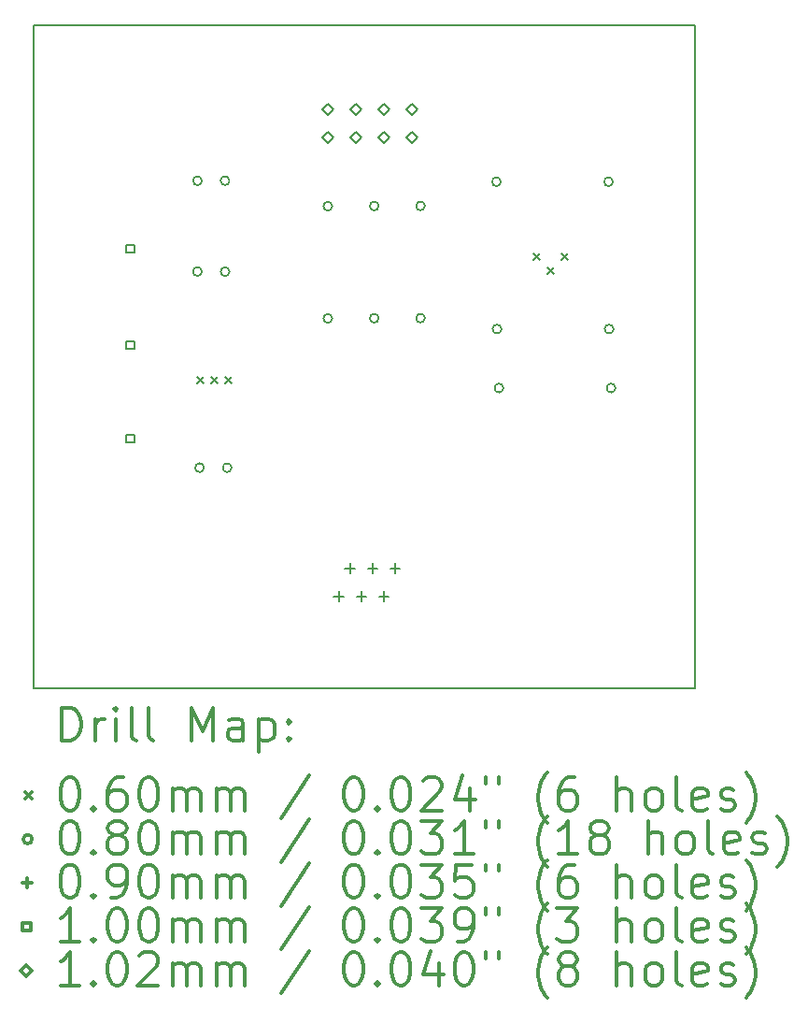
<source format=gbr>
%FSLAX45Y45*%
G04 Gerber Fmt 4.5, Leading zero omitted, Abs format (unit mm)*
G04 Created by KiCad (PCBNEW 4.0.7) date 12/20/18 21:54:41*
%MOMM*%
%LPD*%
G01*
G04 APERTURE LIST*
%ADD10C,0.127000*%
%ADD11C,0.200000*%
%ADD12C,0.300000*%
G04 APERTURE END LIST*
D10*
D11*
X16000000Y-16000000D02*
X10000000Y-16000000D01*
X16000000Y-10000000D02*
X16000000Y-16000000D01*
X10000000Y-10000000D02*
X16000000Y-10000000D01*
X10000000Y-16000000D02*
X10000000Y-10000000D01*
D11*
X11481280Y-13180540D02*
X11541280Y-13240540D01*
X11541280Y-13180540D02*
X11481280Y-13240540D01*
X11608280Y-13180540D02*
X11668280Y-13240540D01*
X11668280Y-13180540D02*
X11608280Y-13240540D01*
X11735280Y-13180540D02*
X11795280Y-13240540D01*
X11795280Y-13180540D02*
X11735280Y-13240540D01*
X14536900Y-12060400D02*
X14596900Y-12120400D01*
X14596900Y-12060400D02*
X14536900Y-12120400D01*
X14663900Y-12187400D02*
X14723900Y-12247400D01*
X14723900Y-12187400D02*
X14663900Y-12247400D01*
X14790900Y-12060400D02*
X14850900Y-12120400D01*
X14850900Y-12060400D02*
X14790900Y-12120400D01*
X11528420Y-11404600D02*
G75*
G03X11528420Y-11404600I-40000J0D01*
G01*
X11528420Y-12227560D02*
G75*
G03X11528420Y-12227560I-40000J0D01*
G01*
X11547660Y-14003020D02*
G75*
G03X11547660Y-14003020I-40000J0D01*
G01*
X11778420Y-11404600D02*
G75*
G03X11778420Y-11404600I-40000J0D01*
G01*
X11778420Y-12227560D02*
G75*
G03X11778420Y-12227560I-40000J0D01*
G01*
X11797660Y-14003020D02*
G75*
G03X11797660Y-14003020I-40000J0D01*
G01*
X12709520Y-11635740D02*
G75*
G03X12709520Y-11635740I-40000J0D01*
G01*
X12709520Y-12651740D02*
G75*
G03X12709520Y-12651740I-40000J0D01*
G01*
X13131160Y-11633200D02*
G75*
G03X13131160Y-11633200I-40000J0D01*
G01*
X13131160Y-12649200D02*
G75*
G03X13131160Y-12649200I-40000J0D01*
G01*
X13550260Y-11633200D02*
G75*
G03X13550260Y-11633200I-40000J0D01*
G01*
X13550260Y-12649200D02*
G75*
G03X13550260Y-12649200I-40000J0D01*
G01*
X14238600Y-11414760D02*
G75*
G03X14238600Y-11414760I-40000J0D01*
G01*
X14243680Y-12748260D02*
G75*
G03X14243680Y-12748260I-40000J0D01*
G01*
X14261460Y-13281660D02*
G75*
G03X14261460Y-13281660I-40000J0D01*
G01*
X15254600Y-11414760D02*
G75*
G03X15254600Y-11414760I-40000J0D01*
G01*
X15259680Y-12748260D02*
G75*
G03X15259680Y-12748260I-40000J0D01*
G01*
X15277460Y-13281660D02*
G75*
G03X15277460Y-13281660I-40000J0D01*
G01*
X12770120Y-15122480D02*
X12770120Y-15212480D01*
X12725120Y-15167480D02*
X12815120Y-15167480D01*
X12872120Y-14868480D02*
X12872120Y-14958480D01*
X12827120Y-14913480D02*
X12917120Y-14913480D01*
X12974120Y-15122480D02*
X12974120Y-15212480D01*
X12929120Y-15167480D02*
X13019120Y-15167480D01*
X13076120Y-14868480D02*
X13076120Y-14958480D01*
X13031120Y-14913480D02*
X13121120Y-14913480D01*
X13178120Y-15122480D02*
X13178120Y-15212480D01*
X13133120Y-15167480D02*
X13223120Y-15167480D01*
X13280120Y-14868480D02*
X13280120Y-14958480D01*
X13235120Y-14913480D02*
X13325120Y-14913480D01*
X10916716Y-12057176D02*
X10916716Y-11986464D01*
X10846004Y-11986464D01*
X10846004Y-12057176D01*
X10916716Y-12057176D01*
X10916716Y-12925856D02*
X10916716Y-12855144D01*
X10846004Y-12855144D01*
X10846004Y-12925856D01*
X10916716Y-12925856D01*
X10916716Y-13774216D02*
X10916716Y-13703504D01*
X10846004Y-13703504D01*
X10846004Y-13774216D01*
X10916716Y-13774216D01*
X12669520Y-10812780D02*
X12720320Y-10761980D01*
X12669520Y-10711180D01*
X12618720Y-10761980D01*
X12669520Y-10812780D01*
X12669520Y-11066780D02*
X12720320Y-11015980D01*
X12669520Y-10965180D01*
X12618720Y-11015980D01*
X12669520Y-11066780D01*
X12923520Y-10812780D02*
X12974320Y-10761980D01*
X12923520Y-10711180D01*
X12872720Y-10761980D01*
X12923520Y-10812780D01*
X12923520Y-11066780D02*
X12974320Y-11015980D01*
X12923520Y-10965180D01*
X12872720Y-11015980D01*
X12923520Y-11066780D01*
X13177520Y-10812780D02*
X13228320Y-10761980D01*
X13177520Y-10711180D01*
X13126720Y-10761980D01*
X13177520Y-10812780D01*
X13177520Y-11066780D02*
X13228320Y-11015980D01*
X13177520Y-10965180D01*
X13126720Y-11015980D01*
X13177520Y-11066780D01*
X13431520Y-10812780D02*
X13482320Y-10761980D01*
X13431520Y-10711180D01*
X13380720Y-10761980D01*
X13431520Y-10812780D01*
X13431520Y-11066780D02*
X13482320Y-11015980D01*
X13431520Y-10965180D01*
X13380720Y-11015980D01*
X13431520Y-11066780D01*
D12*
X10261429Y-16475714D02*
X10261429Y-16175714D01*
X10332857Y-16175714D01*
X10375714Y-16190000D01*
X10404286Y-16218571D01*
X10418571Y-16247143D01*
X10432857Y-16304286D01*
X10432857Y-16347143D01*
X10418571Y-16404286D01*
X10404286Y-16432857D01*
X10375714Y-16461429D01*
X10332857Y-16475714D01*
X10261429Y-16475714D01*
X10561429Y-16475714D02*
X10561429Y-16275714D01*
X10561429Y-16332857D02*
X10575714Y-16304286D01*
X10590000Y-16290000D01*
X10618571Y-16275714D01*
X10647143Y-16275714D01*
X10747143Y-16475714D02*
X10747143Y-16275714D01*
X10747143Y-16175714D02*
X10732857Y-16190000D01*
X10747143Y-16204286D01*
X10761429Y-16190000D01*
X10747143Y-16175714D01*
X10747143Y-16204286D01*
X10932857Y-16475714D02*
X10904286Y-16461429D01*
X10890000Y-16432857D01*
X10890000Y-16175714D01*
X11090000Y-16475714D02*
X11061429Y-16461429D01*
X11047143Y-16432857D01*
X11047143Y-16175714D01*
X11432857Y-16475714D02*
X11432857Y-16175714D01*
X11532857Y-16390000D01*
X11632857Y-16175714D01*
X11632857Y-16475714D01*
X11904286Y-16475714D02*
X11904286Y-16318571D01*
X11890000Y-16290000D01*
X11861428Y-16275714D01*
X11804286Y-16275714D01*
X11775714Y-16290000D01*
X11904286Y-16461429D02*
X11875714Y-16475714D01*
X11804286Y-16475714D01*
X11775714Y-16461429D01*
X11761428Y-16432857D01*
X11761428Y-16404286D01*
X11775714Y-16375714D01*
X11804286Y-16361429D01*
X11875714Y-16361429D01*
X11904286Y-16347143D01*
X12047143Y-16275714D02*
X12047143Y-16575714D01*
X12047143Y-16290000D02*
X12075714Y-16275714D01*
X12132857Y-16275714D01*
X12161428Y-16290000D01*
X12175714Y-16304286D01*
X12190000Y-16332857D01*
X12190000Y-16418571D01*
X12175714Y-16447143D01*
X12161428Y-16461429D01*
X12132857Y-16475714D01*
X12075714Y-16475714D01*
X12047143Y-16461429D01*
X12318571Y-16447143D02*
X12332857Y-16461429D01*
X12318571Y-16475714D01*
X12304286Y-16461429D01*
X12318571Y-16447143D01*
X12318571Y-16475714D01*
X12318571Y-16290000D02*
X12332857Y-16304286D01*
X12318571Y-16318571D01*
X12304286Y-16304286D01*
X12318571Y-16290000D01*
X12318571Y-16318571D01*
X9930000Y-16940000D02*
X9990000Y-17000000D01*
X9990000Y-16940000D02*
X9930000Y-17000000D01*
X10318571Y-16805714D02*
X10347143Y-16805714D01*
X10375714Y-16820000D01*
X10390000Y-16834286D01*
X10404286Y-16862857D01*
X10418571Y-16920000D01*
X10418571Y-16991429D01*
X10404286Y-17048572D01*
X10390000Y-17077143D01*
X10375714Y-17091429D01*
X10347143Y-17105714D01*
X10318571Y-17105714D01*
X10290000Y-17091429D01*
X10275714Y-17077143D01*
X10261429Y-17048572D01*
X10247143Y-16991429D01*
X10247143Y-16920000D01*
X10261429Y-16862857D01*
X10275714Y-16834286D01*
X10290000Y-16820000D01*
X10318571Y-16805714D01*
X10547143Y-17077143D02*
X10561429Y-17091429D01*
X10547143Y-17105714D01*
X10532857Y-17091429D01*
X10547143Y-17077143D01*
X10547143Y-17105714D01*
X10818571Y-16805714D02*
X10761428Y-16805714D01*
X10732857Y-16820000D01*
X10718571Y-16834286D01*
X10690000Y-16877143D01*
X10675714Y-16934286D01*
X10675714Y-17048572D01*
X10690000Y-17077143D01*
X10704286Y-17091429D01*
X10732857Y-17105714D01*
X10790000Y-17105714D01*
X10818571Y-17091429D01*
X10832857Y-17077143D01*
X10847143Y-17048572D01*
X10847143Y-16977143D01*
X10832857Y-16948572D01*
X10818571Y-16934286D01*
X10790000Y-16920000D01*
X10732857Y-16920000D01*
X10704286Y-16934286D01*
X10690000Y-16948572D01*
X10675714Y-16977143D01*
X11032857Y-16805714D02*
X11061429Y-16805714D01*
X11090000Y-16820000D01*
X11104286Y-16834286D01*
X11118571Y-16862857D01*
X11132857Y-16920000D01*
X11132857Y-16991429D01*
X11118571Y-17048572D01*
X11104286Y-17077143D01*
X11090000Y-17091429D01*
X11061429Y-17105714D01*
X11032857Y-17105714D01*
X11004286Y-17091429D01*
X10990000Y-17077143D01*
X10975714Y-17048572D01*
X10961429Y-16991429D01*
X10961429Y-16920000D01*
X10975714Y-16862857D01*
X10990000Y-16834286D01*
X11004286Y-16820000D01*
X11032857Y-16805714D01*
X11261428Y-17105714D02*
X11261428Y-16905714D01*
X11261428Y-16934286D02*
X11275714Y-16920000D01*
X11304286Y-16905714D01*
X11347143Y-16905714D01*
X11375714Y-16920000D01*
X11390000Y-16948572D01*
X11390000Y-17105714D01*
X11390000Y-16948572D02*
X11404286Y-16920000D01*
X11432857Y-16905714D01*
X11475714Y-16905714D01*
X11504286Y-16920000D01*
X11518571Y-16948572D01*
X11518571Y-17105714D01*
X11661428Y-17105714D02*
X11661428Y-16905714D01*
X11661428Y-16934286D02*
X11675714Y-16920000D01*
X11704286Y-16905714D01*
X11747143Y-16905714D01*
X11775714Y-16920000D01*
X11790000Y-16948572D01*
X11790000Y-17105714D01*
X11790000Y-16948572D02*
X11804286Y-16920000D01*
X11832857Y-16905714D01*
X11875714Y-16905714D01*
X11904286Y-16920000D01*
X11918571Y-16948572D01*
X11918571Y-17105714D01*
X12504286Y-16791429D02*
X12247143Y-17177143D01*
X12890000Y-16805714D02*
X12918571Y-16805714D01*
X12947143Y-16820000D01*
X12961428Y-16834286D01*
X12975714Y-16862857D01*
X12990000Y-16920000D01*
X12990000Y-16991429D01*
X12975714Y-17048572D01*
X12961428Y-17077143D01*
X12947143Y-17091429D01*
X12918571Y-17105714D01*
X12890000Y-17105714D01*
X12861428Y-17091429D01*
X12847143Y-17077143D01*
X12832857Y-17048572D01*
X12818571Y-16991429D01*
X12818571Y-16920000D01*
X12832857Y-16862857D01*
X12847143Y-16834286D01*
X12861428Y-16820000D01*
X12890000Y-16805714D01*
X13118571Y-17077143D02*
X13132857Y-17091429D01*
X13118571Y-17105714D01*
X13104286Y-17091429D01*
X13118571Y-17077143D01*
X13118571Y-17105714D01*
X13318571Y-16805714D02*
X13347143Y-16805714D01*
X13375714Y-16820000D01*
X13390000Y-16834286D01*
X13404285Y-16862857D01*
X13418571Y-16920000D01*
X13418571Y-16991429D01*
X13404285Y-17048572D01*
X13390000Y-17077143D01*
X13375714Y-17091429D01*
X13347143Y-17105714D01*
X13318571Y-17105714D01*
X13290000Y-17091429D01*
X13275714Y-17077143D01*
X13261428Y-17048572D01*
X13247143Y-16991429D01*
X13247143Y-16920000D01*
X13261428Y-16862857D01*
X13275714Y-16834286D01*
X13290000Y-16820000D01*
X13318571Y-16805714D01*
X13532857Y-16834286D02*
X13547143Y-16820000D01*
X13575714Y-16805714D01*
X13647143Y-16805714D01*
X13675714Y-16820000D01*
X13690000Y-16834286D01*
X13704285Y-16862857D01*
X13704285Y-16891429D01*
X13690000Y-16934286D01*
X13518571Y-17105714D01*
X13704285Y-17105714D01*
X13961428Y-16905714D02*
X13961428Y-17105714D01*
X13890000Y-16791429D02*
X13818571Y-17005714D01*
X14004285Y-17005714D01*
X14104286Y-16805714D02*
X14104286Y-16862857D01*
X14218571Y-16805714D02*
X14218571Y-16862857D01*
X14661428Y-17220000D02*
X14647143Y-17205714D01*
X14618571Y-17162857D01*
X14604285Y-17134286D01*
X14590000Y-17091429D01*
X14575714Y-17020000D01*
X14575714Y-16962857D01*
X14590000Y-16891429D01*
X14604285Y-16848572D01*
X14618571Y-16820000D01*
X14647143Y-16777143D01*
X14661428Y-16762857D01*
X14904285Y-16805714D02*
X14847143Y-16805714D01*
X14818571Y-16820000D01*
X14804285Y-16834286D01*
X14775714Y-16877143D01*
X14761428Y-16934286D01*
X14761428Y-17048572D01*
X14775714Y-17077143D01*
X14790000Y-17091429D01*
X14818571Y-17105714D01*
X14875714Y-17105714D01*
X14904285Y-17091429D01*
X14918571Y-17077143D01*
X14932857Y-17048572D01*
X14932857Y-16977143D01*
X14918571Y-16948572D01*
X14904285Y-16934286D01*
X14875714Y-16920000D01*
X14818571Y-16920000D01*
X14790000Y-16934286D01*
X14775714Y-16948572D01*
X14761428Y-16977143D01*
X15290000Y-17105714D02*
X15290000Y-16805714D01*
X15418571Y-17105714D02*
X15418571Y-16948572D01*
X15404285Y-16920000D01*
X15375714Y-16905714D01*
X15332857Y-16905714D01*
X15304285Y-16920000D01*
X15290000Y-16934286D01*
X15604285Y-17105714D02*
X15575714Y-17091429D01*
X15561428Y-17077143D01*
X15547143Y-17048572D01*
X15547143Y-16962857D01*
X15561428Y-16934286D01*
X15575714Y-16920000D01*
X15604285Y-16905714D01*
X15647143Y-16905714D01*
X15675714Y-16920000D01*
X15690000Y-16934286D01*
X15704285Y-16962857D01*
X15704285Y-17048572D01*
X15690000Y-17077143D01*
X15675714Y-17091429D01*
X15647143Y-17105714D01*
X15604285Y-17105714D01*
X15875714Y-17105714D02*
X15847143Y-17091429D01*
X15832857Y-17062857D01*
X15832857Y-16805714D01*
X16104286Y-17091429D02*
X16075714Y-17105714D01*
X16018571Y-17105714D01*
X15990000Y-17091429D01*
X15975714Y-17062857D01*
X15975714Y-16948572D01*
X15990000Y-16920000D01*
X16018571Y-16905714D01*
X16075714Y-16905714D01*
X16104286Y-16920000D01*
X16118571Y-16948572D01*
X16118571Y-16977143D01*
X15975714Y-17005714D01*
X16232857Y-17091429D02*
X16261428Y-17105714D01*
X16318571Y-17105714D01*
X16347143Y-17091429D01*
X16361428Y-17062857D01*
X16361428Y-17048572D01*
X16347143Y-17020000D01*
X16318571Y-17005714D01*
X16275714Y-17005714D01*
X16247143Y-16991429D01*
X16232857Y-16962857D01*
X16232857Y-16948572D01*
X16247143Y-16920000D01*
X16275714Y-16905714D01*
X16318571Y-16905714D01*
X16347143Y-16920000D01*
X16461428Y-17220000D02*
X16475714Y-17205714D01*
X16504286Y-17162857D01*
X16518571Y-17134286D01*
X16532857Y-17091429D01*
X16547143Y-17020000D01*
X16547143Y-16962857D01*
X16532857Y-16891429D01*
X16518571Y-16848572D01*
X16504286Y-16820000D01*
X16475714Y-16777143D01*
X16461428Y-16762857D01*
X9990000Y-17366000D02*
G75*
G03X9990000Y-17366000I-40000J0D01*
G01*
X10318571Y-17201714D02*
X10347143Y-17201714D01*
X10375714Y-17216000D01*
X10390000Y-17230286D01*
X10404286Y-17258857D01*
X10418571Y-17316000D01*
X10418571Y-17387429D01*
X10404286Y-17444572D01*
X10390000Y-17473143D01*
X10375714Y-17487429D01*
X10347143Y-17501714D01*
X10318571Y-17501714D01*
X10290000Y-17487429D01*
X10275714Y-17473143D01*
X10261429Y-17444572D01*
X10247143Y-17387429D01*
X10247143Y-17316000D01*
X10261429Y-17258857D01*
X10275714Y-17230286D01*
X10290000Y-17216000D01*
X10318571Y-17201714D01*
X10547143Y-17473143D02*
X10561429Y-17487429D01*
X10547143Y-17501714D01*
X10532857Y-17487429D01*
X10547143Y-17473143D01*
X10547143Y-17501714D01*
X10732857Y-17330286D02*
X10704286Y-17316000D01*
X10690000Y-17301714D01*
X10675714Y-17273143D01*
X10675714Y-17258857D01*
X10690000Y-17230286D01*
X10704286Y-17216000D01*
X10732857Y-17201714D01*
X10790000Y-17201714D01*
X10818571Y-17216000D01*
X10832857Y-17230286D01*
X10847143Y-17258857D01*
X10847143Y-17273143D01*
X10832857Y-17301714D01*
X10818571Y-17316000D01*
X10790000Y-17330286D01*
X10732857Y-17330286D01*
X10704286Y-17344572D01*
X10690000Y-17358857D01*
X10675714Y-17387429D01*
X10675714Y-17444572D01*
X10690000Y-17473143D01*
X10704286Y-17487429D01*
X10732857Y-17501714D01*
X10790000Y-17501714D01*
X10818571Y-17487429D01*
X10832857Y-17473143D01*
X10847143Y-17444572D01*
X10847143Y-17387429D01*
X10832857Y-17358857D01*
X10818571Y-17344572D01*
X10790000Y-17330286D01*
X11032857Y-17201714D02*
X11061429Y-17201714D01*
X11090000Y-17216000D01*
X11104286Y-17230286D01*
X11118571Y-17258857D01*
X11132857Y-17316000D01*
X11132857Y-17387429D01*
X11118571Y-17444572D01*
X11104286Y-17473143D01*
X11090000Y-17487429D01*
X11061429Y-17501714D01*
X11032857Y-17501714D01*
X11004286Y-17487429D01*
X10990000Y-17473143D01*
X10975714Y-17444572D01*
X10961429Y-17387429D01*
X10961429Y-17316000D01*
X10975714Y-17258857D01*
X10990000Y-17230286D01*
X11004286Y-17216000D01*
X11032857Y-17201714D01*
X11261428Y-17501714D02*
X11261428Y-17301714D01*
X11261428Y-17330286D02*
X11275714Y-17316000D01*
X11304286Y-17301714D01*
X11347143Y-17301714D01*
X11375714Y-17316000D01*
X11390000Y-17344572D01*
X11390000Y-17501714D01*
X11390000Y-17344572D02*
X11404286Y-17316000D01*
X11432857Y-17301714D01*
X11475714Y-17301714D01*
X11504286Y-17316000D01*
X11518571Y-17344572D01*
X11518571Y-17501714D01*
X11661428Y-17501714D02*
X11661428Y-17301714D01*
X11661428Y-17330286D02*
X11675714Y-17316000D01*
X11704286Y-17301714D01*
X11747143Y-17301714D01*
X11775714Y-17316000D01*
X11790000Y-17344572D01*
X11790000Y-17501714D01*
X11790000Y-17344572D02*
X11804286Y-17316000D01*
X11832857Y-17301714D01*
X11875714Y-17301714D01*
X11904286Y-17316000D01*
X11918571Y-17344572D01*
X11918571Y-17501714D01*
X12504286Y-17187429D02*
X12247143Y-17573143D01*
X12890000Y-17201714D02*
X12918571Y-17201714D01*
X12947143Y-17216000D01*
X12961428Y-17230286D01*
X12975714Y-17258857D01*
X12990000Y-17316000D01*
X12990000Y-17387429D01*
X12975714Y-17444572D01*
X12961428Y-17473143D01*
X12947143Y-17487429D01*
X12918571Y-17501714D01*
X12890000Y-17501714D01*
X12861428Y-17487429D01*
X12847143Y-17473143D01*
X12832857Y-17444572D01*
X12818571Y-17387429D01*
X12818571Y-17316000D01*
X12832857Y-17258857D01*
X12847143Y-17230286D01*
X12861428Y-17216000D01*
X12890000Y-17201714D01*
X13118571Y-17473143D02*
X13132857Y-17487429D01*
X13118571Y-17501714D01*
X13104286Y-17487429D01*
X13118571Y-17473143D01*
X13118571Y-17501714D01*
X13318571Y-17201714D02*
X13347143Y-17201714D01*
X13375714Y-17216000D01*
X13390000Y-17230286D01*
X13404285Y-17258857D01*
X13418571Y-17316000D01*
X13418571Y-17387429D01*
X13404285Y-17444572D01*
X13390000Y-17473143D01*
X13375714Y-17487429D01*
X13347143Y-17501714D01*
X13318571Y-17501714D01*
X13290000Y-17487429D01*
X13275714Y-17473143D01*
X13261428Y-17444572D01*
X13247143Y-17387429D01*
X13247143Y-17316000D01*
X13261428Y-17258857D01*
X13275714Y-17230286D01*
X13290000Y-17216000D01*
X13318571Y-17201714D01*
X13518571Y-17201714D02*
X13704285Y-17201714D01*
X13604285Y-17316000D01*
X13647143Y-17316000D01*
X13675714Y-17330286D01*
X13690000Y-17344572D01*
X13704285Y-17373143D01*
X13704285Y-17444572D01*
X13690000Y-17473143D01*
X13675714Y-17487429D01*
X13647143Y-17501714D01*
X13561428Y-17501714D01*
X13532857Y-17487429D01*
X13518571Y-17473143D01*
X13990000Y-17501714D02*
X13818571Y-17501714D01*
X13904285Y-17501714D02*
X13904285Y-17201714D01*
X13875714Y-17244572D01*
X13847143Y-17273143D01*
X13818571Y-17287429D01*
X14104286Y-17201714D02*
X14104286Y-17258857D01*
X14218571Y-17201714D02*
X14218571Y-17258857D01*
X14661428Y-17616000D02*
X14647143Y-17601714D01*
X14618571Y-17558857D01*
X14604285Y-17530286D01*
X14590000Y-17487429D01*
X14575714Y-17416000D01*
X14575714Y-17358857D01*
X14590000Y-17287429D01*
X14604285Y-17244572D01*
X14618571Y-17216000D01*
X14647143Y-17173143D01*
X14661428Y-17158857D01*
X14932857Y-17501714D02*
X14761428Y-17501714D01*
X14847143Y-17501714D02*
X14847143Y-17201714D01*
X14818571Y-17244572D01*
X14790000Y-17273143D01*
X14761428Y-17287429D01*
X15104285Y-17330286D02*
X15075714Y-17316000D01*
X15061428Y-17301714D01*
X15047143Y-17273143D01*
X15047143Y-17258857D01*
X15061428Y-17230286D01*
X15075714Y-17216000D01*
X15104285Y-17201714D01*
X15161428Y-17201714D01*
X15190000Y-17216000D01*
X15204285Y-17230286D01*
X15218571Y-17258857D01*
X15218571Y-17273143D01*
X15204285Y-17301714D01*
X15190000Y-17316000D01*
X15161428Y-17330286D01*
X15104285Y-17330286D01*
X15075714Y-17344572D01*
X15061428Y-17358857D01*
X15047143Y-17387429D01*
X15047143Y-17444572D01*
X15061428Y-17473143D01*
X15075714Y-17487429D01*
X15104285Y-17501714D01*
X15161428Y-17501714D01*
X15190000Y-17487429D01*
X15204285Y-17473143D01*
X15218571Y-17444572D01*
X15218571Y-17387429D01*
X15204285Y-17358857D01*
X15190000Y-17344572D01*
X15161428Y-17330286D01*
X15575714Y-17501714D02*
X15575714Y-17201714D01*
X15704285Y-17501714D02*
X15704285Y-17344572D01*
X15690000Y-17316000D01*
X15661428Y-17301714D01*
X15618571Y-17301714D01*
X15590000Y-17316000D01*
X15575714Y-17330286D01*
X15890000Y-17501714D02*
X15861428Y-17487429D01*
X15847143Y-17473143D01*
X15832857Y-17444572D01*
X15832857Y-17358857D01*
X15847143Y-17330286D01*
X15861428Y-17316000D01*
X15890000Y-17301714D01*
X15932857Y-17301714D01*
X15961428Y-17316000D01*
X15975714Y-17330286D01*
X15990000Y-17358857D01*
X15990000Y-17444572D01*
X15975714Y-17473143D01*
X15961428Y-17487429D01*
X15932857Y-17501714D01*
X15890000Y-17501714D01*
X16161428Y-17501714D02*
X16132857Y-17487429D01*
X16118571Y-17458857D01*
X16118571Y-17201714D01*
X16390000Y-17487429D02*
X16361428Y-17501714D01*
X16304286Y-17501714D01*
X16275714Y-17487429D01*
X16261428Y-17458857D01*
X16261428Y-17344572D01*
X16275714Y-17316000D01*
X16304286Y-17301714D01*
X16361428Y-17301714D01*
X16390000Y-17316000D01*
X16404286Y-17344572D01*
X16404286Y-17373143D01*
X16261428Y-17401714D01*
X16518571Y-17487429D02*
X16547143Y-17501714D01*
X16604286Y-17501714D01*
X16632857Y-17487429D01*
X16647143Y-17458857D01*
X16647143Y-17444572D01*
X16632857Y-17416000D01*
X16604286Y-17401714D01*
X16561428Y-17401714D01*
X16532857Y-17387429D01*
X16518571Y-17358857D01*
X16518571Y-17344572D01*
X16532857Y-17316000D01*
X16561428Y-17301714D01*
X16604286Y-17301714D01*
X16632857Y-17316000D01*
X16747143Y-17616000D02*
X16761428Y-17601714D01*
X16790000Y-17558857D01*
X16804286Y-17530286D01*
X16818571Y-17487429D01*
X16832857Y-17416000D01*
X16832857Y-17358857D01*
X16818571Y-17287429D01*
X16804286Y-17244572D01*
X16790000Y-17216000D01*
X16761428Y-17173143D01*
X16747143Y-17158857D01*
X9945000Y-17717000D02*
X9945000Y-17807000D01*
X9900000Y-17762000D02*
X9990000Y-17762000D01*
X10318571Y-17597714D02*
X10347143Y-17597714D01*
X10375714Y-17612000D01*
X10390000Y-17626286D01*
X10404286Y-17654857D01*
X10418571Y-17712000D01*
X10418571Y-17783429D01*
X10404286Y-17840572D01*
X10390000Y-17869143D01*
X10375714Y-17883429D01*
X10347143Y-17897714D01*
X10318571Y-17897714D01*
X10290000Y-17883429D01*
X10275714Y-17869143D01*
X10261429Y-17840572D01*
X10247143Y-17783429D01*
X10247143Y-17712000D01*
X10261429Y-17654857D01*
X10275714Y-17626286D01*
X10290000Y-17612000D01*
X10318571Y-17597714D01*
X10547143Y-17869143D02*
X10561429Y-17883429D01*
X10547143Y-17897714D01*
X10532857Y-17883429D01*
X10547143Y-17869143D01*
X10547143Y-17897714D01*
X10704286Y-17897714D02*
X10761428Y-17897714D01*
X10790000Y-17883429D01*
X10804286Y-17869143D01*
X10832857Y-17826286D01*
X10847143Y-17769143D01*
X10847143Y-17654857D01*
X10832857Y-17626286D01*
X10818571Y-17612000D01*
X10790000Y-17597714D01*
X10732857Y-17597714D01*
X10704286Y-17612000D01*
X10690000Y-17626286D01*
X10675714Y-17654857D01*
X10675714Y-17726286D01*
X10690000Y-17754857D01*
X10704286Y-17769143D01*
X10732857Y-17783429D01*
X10790000Y-17783429D01*
X10818571Y-17769143D01*
X10832857Y-17754857D01*
X10847143Y-17726286D01*
X11032857Y-17597714D02*
X11061429Y-17597714D01*
X11090000Y-17612000D01*
X11104286Y-17626286D01*
X11118571Y-17654857D01*
X11132857Y-17712000D01*
X11132857Y-17783429D01*
X11118571Y-17840572D01*
X11104286Y-17869143D01*
X11090000Y-17883429D01*
X11061429Y-17897714D01*
X11032857Y-17897714D01*
X11004286Y-17883429D01*
X10990000Y-17869143D01*
X10975714Y-17840572D01*
X10961429Y-17783429D01*
X10961429Y-17712000D01*
X10975714Y-17654857D01*
X10990000Y-17626286D01*
X11004286Y-17612000D01*
X11032857Y-17597714D01*
X11261428Y-17897714D02*
X11261428Y-17697714D01*
X11261428Y-17726286D02*
X11275714Y-17712000D01*
X11304286Y-17697714D01*
X11347143Y-17697714D01*
X11375714Y-17712000D01*
X11390000Y-17740572D01*
X11390000Y-17897714D01*
X11390000Y-17740572D02*
X11404286Y-17712000D01*
X11432857Y-17697714D01*
X11475714Y-17697714D01*
X11504286Y-17712000D01*
X11518571Y-17740572D01*
X11518571Y-17897714D01*
X11661428Y-17897714D02*
X11661428Y-17697714D01*
X11661428Y-17726286D02*
X11675714Y-17712000D01*
X11704286Y-17697714D01*
X11747143Y-17697714D01*
X11775714Y-17712000D01*
X11790000Y-17740572D01*
X11790000Y-17897714D01*
X11790000Y-17740572D02*
X11804286Y-17712000D01*
X11832857Y-17697714D01*
X11875714Y-17697714D01*
X11904286Y-17712000D01*
X11918571Y-17740572D01*
X11918571Y-17897714D01*
X12504286Y-17583429D02*
X12247143Y-17969143D01*
X12890000Y-17597714D02*
X12918571Y-17597714D01*
X12947143Y-17612000D01*
X12961428Y-17626286D01*
X12975714Y-17654857D01*
X12990000Y-17712000D01*
X12990000Y-17783429D01*
X12975714Y-17840572D01*
X12961428Y-17869143D01*
X12947143Y-17883429D01*
X12918571Y-17897714D01*
X12890000Y-17897714D01*
X12861428Y-17883429D01*
X12847143Y-17869143D01*
X12832857Y-17840572D01*
X12818571Y-17783429D01*
X12818571Y-17712000D01*
X12832857Y-17654857D01*
X12847143Y-17626286D01*
X12861428Y-17612000D01*
X12890000Y-17597714D01*
X13118571Y-17869143D02*
X13132857Y-17883429D01*
X13118571Y-17897714D01*
X13104286Y-17883429D01*
X13118571Y-17869143D01*
X13118571Y-17897714D01*
X13318571Y-17597714D02*
X13347143Y-17597714D01*
X13375714Y-17612000D01*
X13390000Y-17626286D01*
X13404285Y-17654857D01*
X13418571Y-17712000D01*
X13418571Y-17783429D01*
X13404285Y-17840572D01*
X13390000Y-17869143D01*
X13375714Y-17883429D01*
X13347143Y-17897714D01*
X13318571Y-17897714D01*
X13290000Y-17883429D01*
X13275714Y-17869143D01*
X13261428Y-17840572D01*
X13247143Y-17783429D01*
X13247143Y-17712000D01*
X13261428Y-17654857D01*
X13275714Y-17626286D01*
X13290000Y-17612000D01*
X13318571Y-17597714D01*
X13518571Y-17597714D02*
X13704285Y-17597714D01*
X13604285Y-17712000D01*
X13647143Y-17712000D01*
X13675714Y-17726286D01*
X13690000Y-17740572D01*
X13704285Y-17769143D01*
X13704285Y-17840572D01*
X13690000Y-17869143D01*
X13675714Y-17883429D01*
X13647143Y-17897714D01*
X13561428Y-17897714D01*
X13532857Y-17883429D01*
X13518571Y-17869143D01*
X13975714Y-17597714D02*
X13832857Y-17597714D01*
X13818571Y-17740572D01*
X13832857Y-17726286D01*
X13861428Y-17712000D01*
X13932857Y-17712000D01*
X13961428Y-17726286D01*
X13975714Y-17740572D01*
X13990000Y-17769143D01*
X13990000Y-17840572D01*
X13975714Y-17869143D01*
X13961428Y-17883429D01*
X13932857Y-17897714D01*
X13861428Y-17897714D01*
X13832857Y-17883429D01*
X13818571Y-17869143D01*
X14104286Y-17597714D02*
X14104286Y-17654857D01*
X14218571Y-17597714D02*
X14218571Y-17654857D01*
X14661428Y-18012000D02*
X14647143Y-17997714D01*
X14618571Y-17954857D01*
X14604285Y-17926286D01*
X14590000Y-17883429D01*
X14575714Y-17812000D01*
X14575714Y-17754857D01*
X14590000Y-17683429D01*
X14604285Y-17640572D01*
X14618571Y-17612000D01*
X14647143Y-17569143D01*
X14661428Y-17554857D01*
X14904285Y-17597714D02*
X14847143Y-17597714D01*
X14818571Y-17612000D01*
X14804285Y-17626286D01*
X14775714Y-17669143D01*
X14761428Y-17726286D01*
X14761428Y-17840572D01*
X14775714Y-17869143D01*
X14790000Y-17883429D01*
X14818571Y-17897714D01*
X14875714Y-17897714D01*
X14904285Y-17883429D01*
X14918571Y-17869143D01*
X14932857Y-17840572D01*
X14932857Y-17769143D01*
X14918571Y-17740572D01*
X14904285Y-17726286D01*
X14875714Y-17712000D01*
X14818571Y-17712000D01*
X14790000Y-17726286D01*
X14775714Y-17740572D01*
X14761428Y-17769143D01*
X15290000Y-17897714D02*
X15290000Y-17597714D01*
X15418571Y-17897714D02*
X15418571Y-17740572D01*
X15404285Y-17712000D01*
X15375714Y-17697714D01*
X15332857Y-17697714D01*
X15304285Y-17712000D01*
X15290000Y-17726286D01*
X15604285Y-17897714D02*
X15575714Y-17883429D01*
X15561428Y-17869143D01*
X15547143Y-17840572D01*
X15547143Y-17754857D01*
X15561428Y-17726286D01*
X15575714Y-17712000D01*
X15604285Y-17697714D01*
X15647143Y-17697714D01*
X15675714Y-17712000D01*
X15690000Y-17726286D01*
X15704285Y-17754857D01*
X15704285Y-17840572D01*
X15690000Y-17869143D01*
X15675714Y-17883429D01*
X15647143Y-17897714D01*
X15604285Y-17897714D01*
X15875714Y-17897714D02*
X15847143Y-17883429D01*
X15832857Y-17854857D01*
X15832857Y-17597714D01*
X16104286Y-17883429D02*
X16075714Y-17897714D01*
X16018571Y-17897714D01*
X15990000Y-17883429D01*
X15975714Y-17854857D01*
X15975714Y-17740572D01*
X15990000Y-17712000D01*
X16018571Y-17697714D01*
X16075714Y-17697714D01*
X16104286Y-17712000D01*
X16118571Y-17740572D01*
X16118571Y-17769143D01*
X15975714Y-17797714D01*
X16232857Y-17883429D02*
X16261428Y-17897714D01*
X16318571Y-17897714D01*
X16347143Y-17883429D01*
X16361428Y-17854857D01*
X16361428Y-17840572D01*
X16347143Y-17812000D01*
X16318571Y-17797714D01*
X16275714Y-17797714D01*
X16247143Y-17783429D01*
X16232857Y-17754857D01*
X16232857Y-17740572D01*
X16247143Y-17712000D01*
X16275714Y-17697714D01*
X16318571Y-17697714D01*
X16347143Y-17712000D01*
X16461428Y-18012000D02*
X16475714Y-17997714D01*
X16504286Y-17954857D01*
X16518571Y-17926286D01*
X16532857Y-17883429D01*
X16547143Y-17812000D01*
X16547143Y-17754857D01*
X16532857Y-17683429D01*
X16518571Y-17640572D01*
X16504286Y-17612000D01*
X16475714Y-17569143D01*
X16461428Y-17554857D01*
X9975356Y-18193356D02*
X9975356Y-18122644D01*
X9904644Y-18122644D01*
X9904644Y-18193356D01*
X9975356Y-18193356D01*
X10418571Y-18293714D02*
X10247143Y-18293714D01*
X10332857Y-18293714D02*
X10332857Y-17993714D01*
X10304286Y-18036572D01*
X10275714Y-18065143D01*
X10247143Y-18079429D01*
X10547143Y-18265143D02*
X10561429Y-18279429D01*
X10547143Y-18293714D01*
X10532857Y-18279429D01*
X10547143Y-18265143D01*
X10547143Y-18293714D01*
X10747143Y-17993714D02*
X10775714Y-17993714D01*
X10804286Y-18008000D01*
X10818571Y-18022286D01*
X10832857Y-18050857D01*
X10847143Y-18108000D01*
X10847143Y-18179429D01*
X10832857Y-18236572D01*
X10818571Y-18265143D01*
X10804286Y-18279429D01*
X10775714Y-18293714D01*
X10747143Y-18293714D01*
X10718571Y-18279429D01*
X10704286Y-18265143D01*
X10690000Y-18236572D01*
X10675714Y-18179429D01*
X10675714Y-18108000D01*
X10690000Y-18050857D01*
X10704286Y-18022286D01*
X10718571Y-18008000D01*
X10747143Y-17993714D01*
X11032857Y-17993714D02*
X11061429Y-17993714D01*
X11090000Y-18008000D01*
X11104286Y-18022286D01*
X11118571Y-18050857D01*
X11132857Y-18108000D01*
X11132857Y-18179429D01*
X11118571Y-18236572D01*
X11104286Y-18265143D01*
X11090000Y-18279429D01*
X11061429Y-18293714D01*
X11032857Y-18293714D01*
X11004286Y-18279429D01*
X10990000Y-18265143D01*
X10975714Y-18236572D01*
X10961429Y-18179429D01*
X10961429Y-18108000D01*
X10975714Y-18050857D01*
X10990000Y-18022286D01*
X11004286Y-18008000D01*
X11032857Y-17993714D01*
X11261428Y-18293714D02*
X11261428Y-18093714D01*
X11261428Y-18122286D02*
X11275714Y-18108000D01*
X11304286Y-18093714D01*
X11347143Y-18093714D01*
X11375714Y-18108000D01*
X11390000Y-18136572D01*
X11390000Y-18293714D01*
X11390000Y-18136572D02*
X11404286Y-18108000D01*
X11432857Y-18093714D01*
X11475714Y-18093714D01*
X11504286Y-18108000D01*
X11518571Y-18136572D01*
X11518571Y-18293714D01*
X11661428Y-18293714D02*
X11661428Y-18093714D01*
X11661428Y-18122286D02*
X11675714Y-18108000D01*
X11704286Y-18093714D01*
X11747143Y-18093714D01*
X11775714Y-18108000D01*
X11790000Y-18136572D01*
X11790000Y-18293714D01*
X11790000Y-18136572D02*
X11804286Y-18108000D01*
X11832857Y-18093714D01*
X11875714Y-18093714D01*
X11904286Y-18108000D01*
X11918571Y-18136572D01*
X11918571Y-18293714D01*
X12504286Y-17979429D02*
X12247143Y-18365143D01*
X12890000Y-17993714D02*
X12918571Y-17993714D01*
X12947143Y-18008000D01*
X12961428Y-18022286D01*
X12975714Y-18050857D01*
X12990000Y-18108000D01*
X12990000Y-18179429D01*
X12975714Y-18236572D01*
X12961428Y-18265143D01*
X12947143Y-18279429D01*
X12918571Y-18293714D01*
X12890000Y-18293714D01*
X12861428Y-18279429D01*
X12847143Y-18265143D01*
X12832857Y-18236572D01*
X12818571Y-18179429D01*
X12818571Y-18108000D01*
X12832857Y-18050857D01*
X12847143Y-18022286D01*
X12861428Y-18008000D01*
X12890000Y-17993714D01*
X13118571Y-18265143D02*
X13132857Y-18279429D01*
X13118571Y-18293714D01*
X13104286Y-18279429D01*
X13118571Y-18265143D01*
X13118571Y-18293714D01*
X13318571Y-17993714D02*
X13347143Y-17993714D01*
X13375714Y-18008000D01*
X13390000Y-18022286D01*
X13404285Y-18050857D01*
X13418571Y-18108000D01*
X13418571Y-18179429D01*
X13404285Y-18236572D01*
X13390000Y-18265143D01*
X13375714Y-18279429D01*
X13347143Y-18293714D01*
X13318571Y-18293714D01*
X13290000Y-18279429D01*
X13275714Y-18265143D01*
X13261428Y-18236572D01*
X13247143Y-18179429D01*
X13247143Y-18108000D01*
X13261428Y-18050857D01*
X13275714Y-18022286D01*
X13290000Y-18008000D01*
X13318571Y-17993714D01*
X13518571Y-17993714D02*
X13704285Y-17993714D01*
X13604285Y-18108000D01*
X13647143Y-18108000D01*
X13675714Y-18122286D01*
X13690000Y-18136572D01*
X13704285Y-18165143D01*
X13704285Y-18236572D01*
X13690000Y-18265143D01*
X13675714Y-18279429D01*
X13647143Y-18293714D01*
X13561428Y-18293714D01*
X13532857Y-18279429D01*
X13518571Y-18265143D01*
X13847143Y-18293714D02*
X13904285Y-18293714D01*
X13932857Y-18279429D01*
X13947143Y-18265143D01*
X13975714Y-18222286D01*
X13990000Y-18165143D01*
X13990000Y-18050857D01*
X13975714Y-18022286D01*
X13961428Y-18008000D01*
X13932857Y-17993714D01*
X13875714Y-17993714D01*
X13847143Y-18008000D01*
X13832857Y-18022286D01*
X13818571Y-18050857D01*
X13818571Y-18122286D01*
X13832857Y-18150857D01*
X13847143Y-18165143D01*
X13875714Y-18179429D01*
X13932857Y-18179429D01*
X13961428Y-18165143D01*
X13975714Y-18150857D01*
X13990000Y-18122286D01*
X14104286Y-17993714D02*
X14104286Y-18050857D01*
X14218571Y-17993714D02*
X14218571Y-18050857D01*
X14661428Y-18408000D02*
X14647143Y-18393714D01*
X14618571Y-18350857D01*
X14604285Y-18322286D01*
X14590000Y-18279429D01*
X14575714Y-18208000D01*
X14575714Y-18150857D01*
X14590000Y-18079429D01*
X14604285Y-18036572D01*
X14618571Y-18008000D01*
X14647143Y-17965143D01*
X14661428Y-17950857D01*
X14747143Y-17993714D02*
X14932857Y-17993714D01*
X14832857Y-18108000D01*
X14875714Y-18108000D01*
X14904285Y-18122286D01*
X14918571Y-18136572D01*
X14932857Y-18165143D01*
X14932857Y-18236572D01*
X14918571Y-18265143D01*
X14904285Y-18279429D01*
X14875714Y-18293714D01*
X14790000Y-18293714D01*
X14761428Y-18279429D01*
X14747143Y-18265143D01*
X15290000Y-18293714D02*
X15290000Y-17993714D01*
X15418571Y-18293714D02*
X15418571Y-18136572D01*
X15404285Y-18108000D01*
X15375714Y-18093714D01*
X15332857Y-18093714D01*
X15304285Y-18108000D01*
X15290000Y-18122286D01*
X15604285Y-18293714D02*
X15575714Y-18279429D01*
X15561428Y-18265143D01*
X15547143Y-18236572D01*
X15547143Y-18150857D01*
X15561428Y-18122286D01*
X15575714Y-18108000D01*
X15604285Y-18093714D01*
X15647143Y-18093714D01*
X15675714Y-18108000D01*
X15690000Y-18122286D01*
X15704285Y-18150857D01*
X15704285Y-18236572D01*
X15690000Y-18265143D01*
X15675714Y-18279429D01*
X15647143Y-18293714D01*
X15604285Y-18293714D01*
X15875714Y-18293714D02*
X15847143Y-18279429D01*
X15832857Y-18250857D01*
X15832857Y-17993714D01*
X16104286Y-18279429D02*
X16075714Y-18293714D01*
X16018571Y-18293714D01*
X15990000Y-18279429D01*
X15975714Y-18250857D01*
X15975714Y-18136572D01*
X15990000Y-18108000D01*
X16018571Y-18093714D01*
X16075714Y-18093714D01*
X16104286Y-18108000D01*
X16118571Y-18136572D01*
X16118571Y-18165143D01*
X15975714Y-18193714D01*
X16232857Y-18279429D02*
X16261428Y-18293714D01*
X16318571Y-18293714D01*
X16347143Y-18279429D01*
X16361428Y-18250857D01*
X16361428Y-18236572D01*
X16347143Y-18208000D01*
X16318571Y-18193714D01*
X16275714Y-18193714D01*
X16247143Y-18179429D01*
X16232857Y-18150857D01*
X16232857Y-18136572D01*
X16247143Y-18108000D01*
X16275714Y-18093714D01*
X16318571Y-18093714D01*
X16347143Y-18108000D01*
X16461428Y-18408000D02*
X16475714Y-18393714D01*
X16504286Y-18350857D01*
X16518571Y-18322286D01*
X16532857Y-18279429D01*
X16547143Y-18208000D01*
X16547143Y-18150857D01*
X16532857Y-18079429D01*
X16518571Y-18036572D01*
X16504286Y-18008000D01*
X16475714Y-17965143D01*
X16461428Y-17950857D01*
X9939200Y-18604800D02*
X9990000Y-18554000D01*
X9939200Y-18503200D01*
X9888400Y-18554000D01*
X9939200Y-18604800D01*
X10418571Y-18689714D02*
X10247143Y-18689714D01*
X10332857Y-18689714D02*
X10332857Y-18389714D01*
X10304286Y-18432572D01*
X10275714Y-18461143D01*
X10247143Y-18475429D01*
X10547143Y-18661143D02*
X10561429Y-18675429D01*
X10547143Y-18689714D01*
X10532857Y-18675429D01*
X10547143Y-18661143D01*
X10547143Y-18689714D01*
X10747143Y-18389714D02*
X10775714Y-18389714D01*
X10804286Y-18404000D01*
X10818571Y-18418286D01*
X10832857Y-18446857D01*
X10847143Y-18504000D01*
X10847143Y-18575429D01*
X10832857Y-18632572D01*
X10818571Y-18661143D01*
X10804286Y-18675429D01*
X10775714Y-18689714D01*
X10747143Y-18689714D01*
X10718571Y-18675429D01*
X10704286Y-18661143D01*
X10690000Y-18632572D01*
X10675714Y-18575429D01*
X10675714Y-18504000D01*
X10690000Y-18446857D01*
X10704286Y-18418286D01*
X10718571Y-18404000D01*
X10747143Y-18389714D01*
X10961429Y-18418286D02*
X10975714Y-18404000D01*
X11004286Y-18389714D01*
X11075714Y-18389714D01*
X11104286Y-18404000D01*
X11118571Y-18418286D01*
X11132857Y-18446857D01*
X11132857Y-18475429D01*
X11118571Y-18518286D01*
X10947143Y-18689714D01*
X11132857Y-18689714D01*
X11261428Y-18689714D02*
X11261428Y-18489714D01*
X11261428Y-18518286D02*
X11275714Y-18504000D01*
X11304286Y-18489714D01*
X11347143Y-18489714D01*
X11375714Y-18504000D01*
X11390000Y-18532572D01*
X11390000Y-18689714D01*
X11390000Y-18532572D02*
X11404286Y-18504000D01*
X11432857Y-18489714D01*
X11475714Y-18489714D01*
X11504286Y-18504000D01*
X11518571Y-18532572D01*
X11518571Y-18689714D01*
X11661428Y-18689714D02*
X11661428Y-18489714D01*
X11661428Y-18518286D02*
X11675714Y-18504000D01*
X11704286Y-18489714D01*
X11747143Y-18489714D01*
X11775714Y-18504000D01*
X11790000Y-18532572D01*
X11790000Y-18689714D01*
X11790000Y-18532572D02*
X11804286Y-18504000D01*
X11832857Y-18489714D01*
X11875714Y-18489714D01*
X11904286Y-18504000D01*
X11918571Y-18532572D01*
X11918571Y-18689714D01*
X12504286Y-18375429D02*
X12247143Y-18761143D01*
X12890000Y-18389714D02*
X12918571Y-18389714D01*
X12947143Y-18404000D01*
X12961428Y-18418286D01*
X12975714Y-18446857D01*
X12990000Y-18504000D01*
X12990000Y-18575429D01*
X12975714Y-18632572D01*
X12961428Y-18661143D01*
X12947143Y-18675429D01*
X12918571Y-18689714D01*
X12890000Y-18689714D01*
X12861428Y-18675429D01*
X12847143Y-18661143D01*
X12832857Y-18632572D01*
X12818571Y-18575429D01*
X12818571Y-18504000D01*
X12832857Y-18446857D01*
X12847143Y-18418286D01*
X12861428Y-18404000D01*
X12890000Y-18389714D01*
X13118571Y-18661143D02*
X13132857Y-18675429D01*
X13118571Y-18689714D01*
X13104286Y-18675429D01*
X13118571Y-18661143D01*
X13118571Y-18689714D01*
X13318571Y-18389714D02*
X13347143Y-18389714D01*
X13375714Y-18404000D01*
X13390000Y-18418286D01*
X13404285Y-18446857D01*
X13418571Y-18504000D01*
X13418571Y-18575429D01*
X13404285Y-18632572D01*
X13390000Y-18661143D01*
X13375714Y-18675429D01*
X13347143Y-18689714D01*
X13318571Y-18689714D01*
X13290000Y-18675429D01*
X13275714Y-18661143D01*
X13261428Y-18632572D01*
X13247143Y-18575429D01*
X13247143Y-18504000D01*
X13261428Y-18446857D01*
X13275714Y-18418286D01*
X13290000Y-18404000D01*
X13318571Y-18389714D01*
X13675714Y-18489714D02*
X13675714Y-18689714D01*
X13604285Y-18375429D02*
X13532857Y-18589714D01*
X13718571Y-18589714D01*
X13890000Y-18389714D02*
X13918571Y-18389714D01*
X13947143Y-18404000D01*
X13961428Y-18418286D01*
X13975714Y-18446857D01*
X13990000Y-18504000D01*
X13990000Y-18575429D01*
X13975714Y-18632572D01*
X13961428Y-18661143D01*
X13947143Y-18675429D01*
X13918571Y-18689714D01*
X13890000Y-18689714D01*
X13861428Y-18675429D01*
X13847143Y-18661143D01*
X13832857Y-18632572D01*
X13818571Y-18575429D01*
X13818571Y-18504000D01*
X13832857Y-18446857D01*
X13847143Y-18418286D01*
X13861428Y-18404000D01*
X13890000Y-18389714D01*
X14104286Y-18389714D02*
X14104286Y-18446857D01*
X14218571Y-18389714D02*
X14218571Y-18446857D01*
X14661428Y-18804000D02*
X14647143Y-18789714D01*
X14618571Y-18746857D01*
X14604285Y-18718286D01*
X14590000Y-18675429D01*
X14575714Y-18604000D01*
X14575714Y-18546857D01*
X14590000Y-18475429D01*
X14604285Y-18432572D01*
X14618571Y-18404000D01*
X14647143Y-18361143D01*
X14661428Y-18346857D01*
X14818571Y-18518286D02*
X14790000Y-18504000D01*
X14775714Y-18489714D01*
X14761428Y-18461143D01*
X14761428Y-18446857D01*
X14775714Y-18418286D01*
X14790000Y-18404000D01*
X14818571Y-18389714D01*
X14875714Y-18389714D01*
X14904285Y-18404000D01*
X14918571Y-18418286D01*
X14932857Y-18446857D01*
X14932857Y-18461143D01*
X14918571Y-18489714D01*
X14904285Y-18504000D01*
X14875714Y-18518286D01*
X14818571Y-18518286D01*
X14790000Y-18532572D01*
X14775714Y-18546857D01*
X14761428Y-18575429D01*
X14761428Y-18632572D01*
X14775714Y-18661143D01*
X14790000Y-18675429D01*
X14818571Y-18689714D01*
X14875714Y-18689714D01*
X14904285Y-18675429D01*
X14918571Y-18661143D01*
X14932857Y-18632572D01*
X14932857Y-18575429D01*
X14918571Y-18546857D01*
X14904285Y-18532572D01*
X14875714Y-18518286D01*
X15290000Y-18689714D02*
X15290000Y-18389714D01*
X15418571Y-18689714D02*
X15418571Y-18532572D01*
X15404285Y-18504000D01*
X15375714Y-18489714D01*
X15332857Y-18489714D01*
X15304285Y-18504000D01*
X15290000Y-18518286D01*
X15604285Y-18689714D02*
X15575714Y-18675429D01*
X15561428Y-18661143D01*
X15547143Y-18632572D01*
X15547143Y-18546857D01*
X15561428Y-18518286D01*
X15575714Y-18504000D01*
X15604285Y-18489714D01*
X15647143Y-18489714D01*
X15675714Y-18504000D01*
X15690000Y-18518286D01*
X15704285Y-18546857D01*
X15704285Y-18632572D01*
X15690000Y-18661143D01*
X15675714Y-18675429D01*
X15647143Y-18689714D01*
X15604285Y-18689714D01*
X15875714Y-18689714D02*
X15847143Y-18675429D01*
X15832857Y-18646857D01*
X15832857Y-18389714D01*
X16104286Y-18675429D02*
X16075714Y-18689714D01*
X16018571Y-18689714D01*
X15990000Y-18675429D01*
X15975714Y-18646857D01*
X15975714Y-18532572D01*
X15990000Y-18504000D01*
X16018571Y-18489714D01*
X16075714Y-18489714D01*
X16104286Y-18504000D01*
X16118571Y-18532572D01*
X16118571Y-18561143D01*
X15975714Y-18589714D01*
X16232857Y-18675429D02*
X16261428Y-18689714D01*
X16318571Y-18689714D01*
X16347143Y-18675429D01*
X16361428Y-18646857D01*
X16361428Y-18632572D01*
X16347143Y-18604000D01*
X16318571Y-18589714D01*
X16275714Y-18589714D01*
X16247143Y-18575429D01*
X16232857Y-18546857D01*
X16232857Y-18532572D01*
X16247143Y-18504000D01*
X16275714Y-18489714D01*
X16318571Y-18489714D01*
X16347143Y-18504000D01*
X16461428Y-18804000D02*
X16475714Y-18789714D01*
X16504286Y-18746857D01*
X16518571Y-18718286D01*
X16532857Y-18675429D01*
X16547143Y-18604000D01*
X16547143Y-18546857D01*
X16532857Y-18475429D01*
X16518571Y-18432572D01*
X16504286Y-18404000D01*
X16475714Y-18361143D01*
X16461428Y-18346857D01*
M02*

</source>
